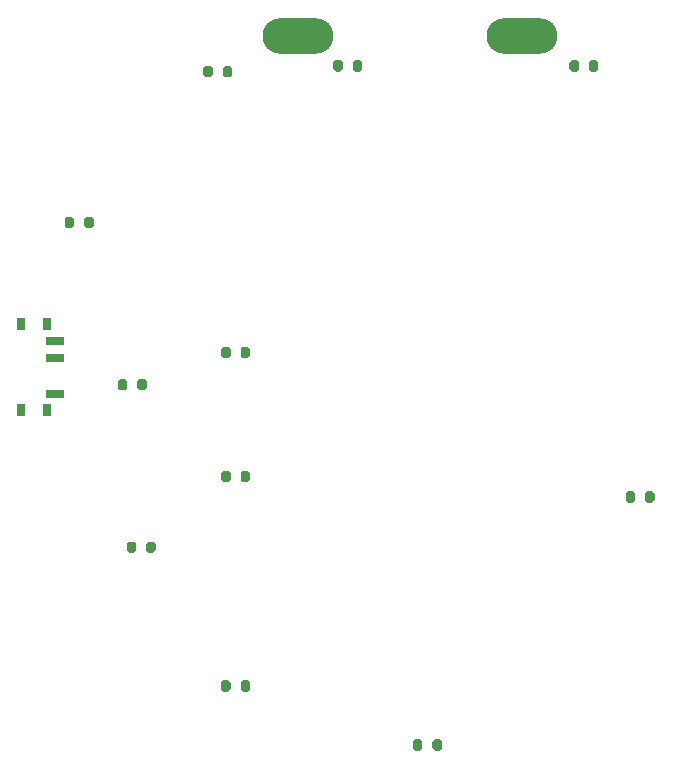
<source format=gbr>
%TF.GenerationSoftware,KiCad,Pcbnew,(5.1.10)-1*%
%TF.CreationDate,2021-10-20T07:52:06+02:00*%
%TF.ProjectId,TVZ_kuglica,54565a5f-6b75-4676-9c69-63612e6b6963,rev?*%
%TF.SameCoordinates,Original*%
%TF.FileFunction,Paste,Bot*%
%TF.FilePolarity,Positive*%
%FSLAX46Y46*%
G04 Gerber Fmt 4.6, Leading zero omitted, Abs format (unit mm)*
G04 Created by KiCad (PCBNEW (5.1.10)-1) date 2021-10-20 07:52:06*
%MOMM*%
%LPD*%
G01*
G04 APERTURE LIST*
%ADD10O,6.000000X3.000000*%
%ADD11R,1.500000X0.700000*%
%ADD12R,0.800000X1.000000*%
G04 APERTURE END LIST*
D10*
%TO.C,BT1*%
X126500000Y-71750000D03*
X145500000Y-71750000D03*
%TD*%
D11*
%TO.C,SW1*%
X105930000Y-102000000D03*
X105930000Y-99000000D03*
X105930000Y-97500000D03*
D12*
X103070000Y-103400000D03*
X103070000Y-96100000D03*
X105280000Y-96100000D03*
X105280000Y-103400000D03*
%TD*%
%TO.C,R1*%
G36*
G01*
X106775000Y-87775000D02*
X106775000Y-87225000D01*
G75*
G02*
X106975000Y-87025000I200000J0D01*
G01*
X107375000Y-87025000D01*
G75*
G02*
X107575000Y-87225000I0J-200000D01*
G01*
X107575000Y-87775000D01*
G75*
G02*
X107375000Y-87975000I-200000J0D01*
G01*
X106975000Y-87975000D01*
G75*
G02*
X106775000Y-87775000I0J200000D01*
G01*
G37*
G36*
G01*
X108425000Y-87775000D02*
X108425000Y-87225000D01*
G75*
G02*
X108625000Y-87025000I200000J0D01*
G01*
X109025000Y-87025000D01*
G75*
G02*
X109225000Y-87225000I0J-200000D01*
G01*
X109225000Y-87775000D01*
G75*
G02*
X109025000Y-87975000I-200000J0D01*
G01*
X108625000Y-87975000D01*
G75*
G02*
X108425000Y-87775000I0J200000D01*
G01*
G37*
%TD*%
%TO.C,R2*%
G36*
G01*
X120175000Y-75025000D02*
X120175000Y-74475000D01*
G75*
G02*
X120375000Y-74275000I200000J0D01*
G01*
X120775000Y-74275000D01*
G75*
G02*
X120975000Y-74475000I0J-200000D01*
G01*
X120975000Y-75025000D01*
G75*
G02*
X120775000Y-75225000I-200000J0D01*
G01*
X120375000Y-75225000D01*
G75*
G02*
X120175000Y-75025000I0J200000D01*
G01*
G37*
G36*
G01*
X118525000Y-75025000D02*
X118525000Y-74475000D01*
G75*
G02*
X118725000Y-74275000I200000J0D01*
G01*
X119125000Y-74275000D01*
G75*
G02*
X119325000Y-74475000I0J-200000D01*
G01*
X119325000Y-75025000D01*
G75*
G02*
X119125000Y-75225000I-200000J0D01*
G01*
X118725000Y-75225000D01*
G75*
G02*
X118525000Y-75025000I0J200000D01*
G01*
G37*
%TD*%
%TO.C,R3*%
G36*
G01*
X149525000Y-74525000D02*
X149525000Y-73975000D01*
G75*
G02*
X149725000Y-73775000I200000J0D01*
G01*
X150125000Y-73775000D01*
G75*
G02*
X150325000Y-73975000I0J-200000D01*
G01*
X150325000Y-74525000D01*
G75*
G02*
X150125000Y-74725000I-200000J0D01*
G01*
X149725000Y-74725000D01*
G75*
G02*
X149525000Y-74525000I0J200000D01*
G01*
G37*
G36*
G01*
X151175000Y-74525000D02*
X151175000Y-73975000D01*
G75*
G02*
X151375000Y-73775000I200000J0D01*
G01*
X151775000Y-73775000D01*
G75*
G02*
X151975000Y-73975000I0J-200000D01*
G01*
X151975000Y-74525000D01*
G75*
G02*
X151775000Y-74725000I-200000J0D01*
G01*
X151375000Y-74725000D01*
G75*
G02*
X151175000Y-74525000I0J200000D01*
G01*
G37*
%TD*%
%TO.C,R4*%
G36*
G01*
X121675000Y-109275000D02*
X121675000Y-108725000D01*
G75*
G02*
X121875000Y-108525000I200000J0D01*
G01*
X122275000Y-108525000D01*
G75*
G02*
X122475000Y-108725000I0J-200000D01*
G01*
X122475000Y-109275000D01*
G75*
G02*
X122275000Y-109475000I-200000J0D01*
G01*
X121875000Y-109475000D01*
G75*
G02*
X121675000Y-109275000I0J200000D01*
G01*
G37*
G36*
G01*
X120025000Y-109275000D02*
X120025000Y-108725000D01*
G75*
G02*
X120225000Y-108525000I200000J0D01*
G01*
X120625000Y-108525000D01*
G75*
G02*
X120825000Y-108725000I0J-200000D01*
G01*
X120825000Y-109275000D01*
G75*
G02*
X120625000Y-109475000I-200000J0D01*
G01*
X120225000Y-109475000D01*
G75*
G02*
X120025000Y-109275000I0J200000D01*
G01*
G37*
%TD*%
%TO.C,R5*%
G36*
G01*
X112025000Y-115275000D02*
X112025000Y-114725000D01*
G75*
G02*
X112225000Y-114525000I200000J0D01*
G01*
X112625000Y-114525000D01*
G75*
G02*
X112825000Y-114725000I0J-200000D01*
G01*
X112825000Y-115275000D01*
G75*
G02*
X112625000Y-115475000I-200000J0D01*
G01*
X112225000Y-115475000D01*
G75*
G02*
X112025000Y-115275000I0J200000D01*
G01*
G37*
G36*
G01*
X113675000Y-115275000D02*
X113675000Y-114725000D01*
G75*
G02*
X113875000Y-114525000I200000J0D01*
G01*
X114275000Y-114525000D01*
G75*
G02*
X114475000Y-114725000I0J-200000D01*
G01*
X114475000Y-115275000D01*
G75*
G02*
X114275000Y-115475000I-200000J0D01*
G01*
X113875000Y-115475000D01*
G75*
G02*
X113675000Y-115275000I0J200000D01*
G01*
G37*
%TD*%
%TO.C,R6*%
G36*
G01*
X112925000Y-101525000D02*
X112925000Y-100975000D01*
G75*
G02*
X113125000Y-100775000I200000J0D01*
G01*
X113525000Y-100775000D01*
G75*
G02*
X113725000Y-100975000I0J-200000D01*
G01*
X113725000Y-101525000D01*
G75*
G02*
X113525000Y-101725000I-200000J0D01*
G01*
X113125000Y-101725000D01*
G75*
G02*
X112925000Y-101525000I0J200000D01*
G01*
G37*
G36*
G01*
X111275000Y-101525000D02*
X111275000Y-100975000D01*
G75*
G02*
X111475000Y-100775000I200000J0D01*
G01*
X111875000Y-100775000D01*
G75*
G02*
X112075000Y-100975000I0J-200000D01*
G01*
X112075000Y-101525000D01*
G75*
G02*
X111875000Y-101725000I-200000J0D01*
G01*
X111475000Y-101725000D01*
G75*
G02*
X111275000Y-101525000I0J200000D01*
G01*
G37*
%TD*%
%TO.C,R7*%
G36*
G01*
X136275000Y-132025000D02*
X136275000Y-131475000D01*
G75*
G02*
X136475000Y-131275000I200000J0D01*
G01*
X136875000Y-131275000D01*
G75*
G02*
X137075000Y-131475000I0J-200000D01*
G01*
X137075000Y-132025000D01*
G75*
G02*
X136875000Y-132225000I-200000J0D01*
G01*
X136475000Y-132225000D01*
G75*
G02*
X136275000Y-132025000I0J200000D01*
G01*
G37*
G36*
G01*
X137925000Y-132025000D02*
X137925000Y-131475000D01*
G75*
G02*
X138125000Y-131275000I200000J0D01*
G01*
X138525000Y-131275000D01*
G75*
G02*
X138725000Y-131475000I0J-200000D01*
G01*
X138725000Y-132025000D01*
G75*
G02*
X138525000Y-132225000I-200000J0D01*
G01*
X138125000Y-132225000D01*
G75*
G02*
X137925000Y-132025000I0J200000D01*
G01*
G37*
%TD*%
%TO.C,R8*%
G36*
G01*
X155925000Y-111025000D02*
X155925000Y-110475000D01*
G75*
G02*
X156125000Y-110275000I200000J0D01*
G01*
X156525000Y-110275000D01*
G75*
G02*
X156725000Y-110475000I0J-200000D01*
G01*
X156725000Y-111025000D01*
G75*
G02*
X156525000Y-111225000I-200000J0D01*
G01*
X156125000Y-111225000D01*
G75*
G02*
X155925000Y-111025000I0J200000D01*
G01*
G37*
G36*
G01*
X154275000Y-111025000D02*
X154275000Y-110475000D01*
G75*
G02*
X154475000Y-110275000I200000J0D01*
G01*
X154875000Y-110275000D01*
G75*
G02*
X155075000Y-110475000I0J-200000D01*
G01*
X155075000Y-111025000D01*
G75*
G02*
X154875000Y-111225000I-200000J0D01*
G01*
X154475000Y-111225000D01*
G75*
G02*
X154275000Y-111025000I0J200000D01*
G01*
G37*
%TD*%
%TO.C,R9*%
G36*
G01*
X129525000Y-74525000D02*
X129525000Y-73975000D01*
G75*
G02*
X129725000Y-73775000I200000J0D01*
G01*
X130125000Y-73775000D01*
G75*
G02*
X130325000Y-73975000I0J-200000D01*
G01*
X130325000Y-74525000D01*
G75*
G02*
X130125000Y-74725000I-200000J0D01*
G01*
X129725000Y-74725000D01*
G75*
G02*
X129525000Y-74525000I0J200000D01*
G01*
G37*
G36*
G01*
X131175000Y-74525000D02*
X131175000Y-73975000D01*
G75*
G02*
X131375000Y-73775000I200000J0D01*
G01*
X131775000Y-73775000D01*
G75*
G02*
X131975000Y-73975000I0J-200000D01*
G01*
X131975000Y-74525000D01*
G75*
G02*
X131775000Y-74725000I-200000J0D01*
G01*
X131375000Y-74725000D01*
G75*
G02*
X131175000Y-74525000I0J200000D01*
G01*
G37*
%TD*%
%TO.C,R10*%
G36*
G01*
X121675000Y-98775000D02*
X121675000Y-98225000D01*
G75*
G02*
X121875000Y-98025000I200000J0D01*
G01*
X122275000Y-98025000D01*
G75*
G02*
X122475000Y-98225000I0J-200000D01*
G01*
X122475000Y-98775000D01*
G75*
G02*
X122275000Y-98975000I-200000J0D01*
G01*
X121875000Y-98975000D01*
G75*
G02*
X121675000Y-98775000I0J200000D01*
G01*
G37*
G36*
G01*
X120025000Y-98775000D02*
X120025000Y-98225000D01*
G75*
G02*
X120225000Y-98025000I200000J0D01*
G01*
X120625000Y-98025000D01*
G75*
G02*
X120825000Y-98225000I0J-200000D01*
G01*
X120825000Y-98775000D01*
G75*
G02*
X120625000Y-98975000I-200000J0D01*
G01*
X120225000Y-98975000D01*
G75*
G02*
X120025000Y-98775000I0J200000D01*
G01*
G37*
%TD*%
%TO.C,R11*%
G36*
G01*
X120025000Y-127025000D02*
X120025000Y-126475000D01*
G75*
G02*
X120225000Y-126275000I200000J0D01*
G01*
X120625000Y-126275000D01*
G75*
G02*
X120825000Y-126475000I0J-200000D01*
G01*
X120825000Y-127025000D01*
G75*
G02*
X120625000Y-127225000I-200000J0D01*
G01*
X120225000Y-127225000D01*
G75*
G02*
X120025000Y-127025000I0J200000D01*
G01*
G37*
G36*
G01*
X121675000Y-127025000D02*
X121675000Y-126475000D01*
G75*
G02*
X121875000Y-126275000I200000J0D01*
G01*
X122275000Y-126275000D01*
G75*
G02*
X122475000Y-126475000I0J-200000D01*
G01*
X122475000Y-127025000D01*
G75*
G02*
X122275000Y-127225000I-200000J0D01*
G01*
X121875000Y-127225000D01*
G75*
G02*
X121675000Y-127025000I0J200000D01*
G01*
G37*
%TD*%
M02*

</source>
